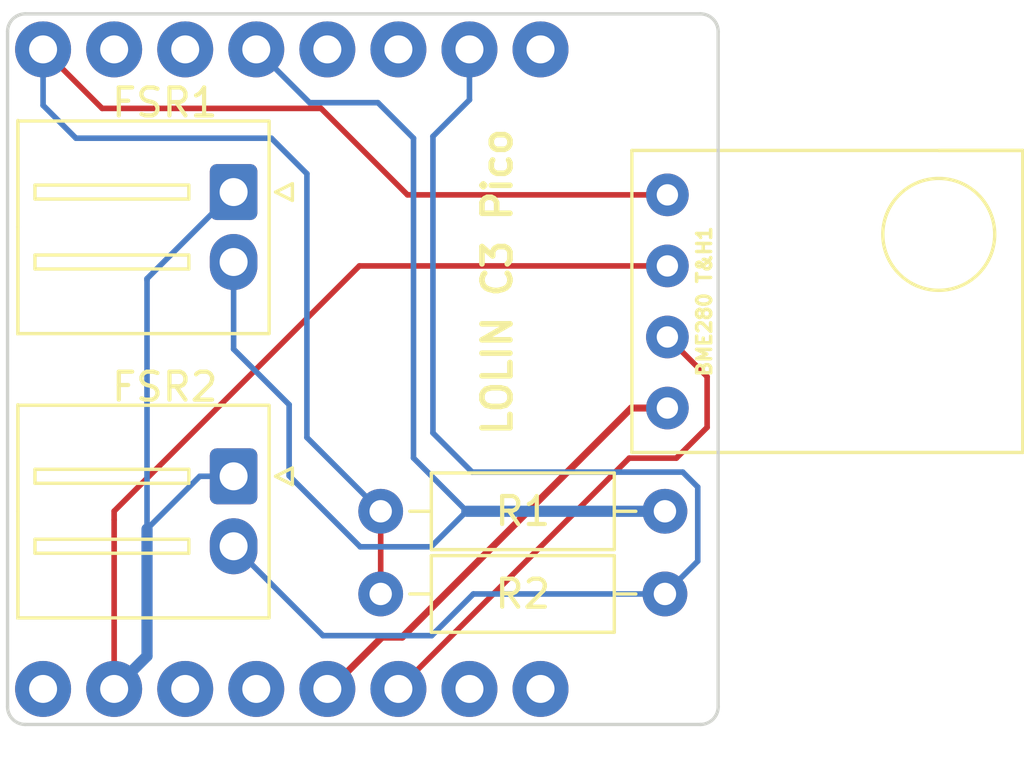
<source format=kicad_pcb>
(kicad_pcb (version 20221018) (generator pcbnew)
  (layers (0 "F.Cu" signal) (31 "B.Cu" signal) (34 "B.Paste" user) (35 "F.Paste" user) (36 "B.SilkS" user "B.Silkscreen") (37 "F.SilkS" user "F.Silkscreen") (38 "B.Mask" user) (39 "F.Mask" user) (44 "Edge.Cuts" user))
  (net 0 "")
  (net 1 "VIN")
  (net 2 "GND")
  (net 3 "3.3V")
  (net 4 "RST")
  (net 5 "A3")
  (net 6 "A2")
  (net 7 "A1")
  (net 8 "A0")
  (net 9 "A4")
  (net 10 "A5")
  (net 11 "SCL")
  (net 12 "SDA")
  (footprint "MountingHole:MountingHole_2.2mm_M2" (layer "F.Cu") (at 137.8 136.6)
    (fp_text reference "REF**" hide)
    (fp_text value "MountingHole_2.2mm_M2")
    (pad "" np_thru_hole circle (at 0 0) (size 2.2 2.2) (drill 2.2) (layers "*.Cu" "*.Mask"))
  )
  (footprint "Connector_JST:JST_XH_S2B-XH-A-1_1x02_P2.50mm_Horizontal" (layer "F.Cu") (at 114.375 152.4 -90)
    (fp_text reference "FSR2" (at -4.445 -5.64) (layer "F.SilkS"))
    (fp_text value "JST_XH_S2B-XH-A-1_1x02_P2.50mm_Horizontal" hide)
    (fp_line (start -1.55 -10.2) (end -0.95 -10.2) (stroke (width 0.12)) (layer "F.SilkS"))
    (fp_line (start -1.5 -6.5) (end -1.5 -1) (stroke (width 0.12)) (layer "F.SilkS"))
    (fp_line (start -1.5 -1) (end -1 -1) (stroke (width 0.12)) (layer "F.SilkS"))
    (fp_line (start -1.25 -9.6) (end -1.55 -10.2) (stroke (width 0.12)) (layer "F.SilkS"))
    (fp_line (start -1 -6.5) (end -1.5 -6.5) (stroke (width 0.12)) (layer "F.SilkS"))
    (fp_line (start -1 -1) (end -1 -6.5) (stroke (width 0.12)) (layer "F.SilkS"))
    (fp_line (start -0.95 -10.2) (end -1.25 -9.6) (stroke (width 0.12)) (layer "F.SilkS"))
    (fp_line (start 0 -0.39) (end -3.81 -0.39) (stroke (width 0.12)) (layer "F.SilkS"))
    (fp_line (start 0 -0.39) (end 3.81 -0.39) (stroke (width 0.12)) (layer "F.SilkS"))
    (fp_line (start 1 -6.5) (end 1 -1) (stroke (width 0.12)) (layer "F.SilkS"))
    (fp_line (start 1 -1) (end 1.5 -1) (stroke (width 0.12)) (layer "F.SilkS"))
    (fp_line (start 1.5 -6.5) (end 1 -6.5) (stroke (width 0.12)) (layer "F.SilkS"))
    (fp_line (start 1.5 -1) (end 1.5 -6.5) (stroke (width 0.12)) (layer "F.SilkS"))
    (fp_rect (start 3.81 -0.39) (end -3.79 -9.37) (stroke (width 0.12)) (fill none) (layer "F.SilkS"))
    (pad "1" thru_hole roundrect (at -1.25 -8.1) (size 1.7 2) (drill 1) (layers "*.Cu" "*.Mask") (roundrect_rratio 0.1470588235) (net 2 "GND"))
    (pad "2" thru_hole oval (at 1.25 -8.1) (size 1.7 2) (drill 1) (layers "*.Cu" "*.Mask") (net 5 "A3"))
  )
  (footprint "Resistor_THT:R_Axial_DIN0207_L6.3mm_D2.5mm_P10.16mm_Horizontal" (layer "F.Cu") (at 127.732129 155.355294)
    (fp_text reference "R2" (at 5.08 0) (layer "F.SilkS"))
    (fp_text value "128kOhm" hide)
    (fp_line (start 1.04 0) (end 1.81 0) (stroke (width 0.12)) (layer "F.SilkS"))
    (fp_line (start 1.81 -1.37) (end 1.81 1.37) (stroke (width 0.12)) (layer "F.SilkS"))
    (fp_line (start 1.81 1.37) (end 8.35 1.37) (stroke (width 0.12)) (layer "F.SilkS"))
    (fp_line (start 8.35 -1.37) (end 1.81 -1.37) (stroke (width 0.12)) (layer "F.SilkS"))
    (fp_line (start 8.35 1.37) (end 8.35 -1.37) (stroke (width 0.12)) (layer "F.SilkS"))
    (fp_line (start 9.12 0) (end 8.35 0) (stroke (width 0.12)) (layer "F.SilkS"))
    (pad "1" thru_hole circle (at 0 0) (size 1.6 1.6) (drill 0.8) (layers "*.Cu" "*.Mask") (net 3 "3.3V"))
    (pad "2" thru_hole oval (at 10.16 0) (size 1.6 1.6) (drill 0.8) (layers "*.Cu" "*.Mask") (net 5 "A3"))
  )
  (footprint "Custom Footprints:BME280 5V" (layer "F.Cu") (at 136.71 144.9 -90)
    (fp_text reference "BME280 T&H1" (at 0 -2.59 90 unlocked) (layer "F.SilkS") (effects (font (size 0.5 0.5) (thickness 0.125))))
    (fp_text value "BME280 5V")
    (fp_line (start -5.3975 -13.97) (end -5.3975 -10.97) (stroke (width 0.12)) (layer "F.SilkS"))
    (fp_line (start -5.3975 -13.97) (end 5.3975 -13.97) (stroke (width 0.12)) (layer "F.SilkS"))
    (fp_line (start -5.3975 0) (end -5.3975 -13.97) (stroke (width 0.12)) (layer "F.SilkS"))
    (fp_line (start 5.3975 -13.97) (end 5.3975 0) (stroke (width 0.12)) (layer "F.SilkS"))
    (fp_line (start 5.3975 0) (end -5.3975 0) (stroke (width 0.12)) (layer "F.SilkS"))
    (fp_circle (center -2.3975 -10.97) (end -0.3975 -10.97) (stroke (width 0.12)) (fill none) (layer "F.SilkS"))
    (pad "1" thru_hole circle (at -3.81 -1.27 180) (size 1.524 1.524) (drill 0.762) (layers "*.Cu" "*.Mask") (net 3 "3.3V"))
    (pad "2" thru_hole circle (at -1.27 -1.27 180) (size 1.524 1.524) (drill 0.762) (layers "*.Cu" "*.Mask") (net 2 "GND"))
    (pad "3" thru_hole circle (at 1.27 -1.27 180) (size 1.524 1.524) (drill 0.762) (layers "*.Cu" "*.Mask") (net 11 "SCL"))
    (pad "4" thru_hole circle (at 3.81 -1.27 180) (size 1.524 1.524) (drill 0.762) (layers "*.Cu" "*.Mask") (net 12 "SDA"))
  )
  (footprint "MountingHole:MountingHole_2.2mm_M2" (layer "F.Cu") (at 137.8 158)
    (fp_text reference "REF**" hide)
    (fp_text value "MountingHole_2.2mm_M2")
    (pad "" np_thru_hole circle (at 0 0) (size 2.2 2.2) (drill 2.2) (layers "*.Cu" "*.Mask"))
  )
  (footprint "Connector_JST:JST_XH_S2B-XH-A-1_1x02_P2.50mm_Horizontal" (layer "F.Cu") (at 114.375 142.24 -90)
    (fp_text reference "FSR1" (at -4.445 -5.64) (layer "F.SilkS"))
    (fp_text value "ST_XH_S2B-XH-A-1_1x02_P2.50mm_Horizontal" hide)
    (fp_line (start -1.55 -10.2) (end -0.95 -10.2) (stroke (width 0.12)) (layer "F.SilkS"))
    (fp_line (start -1.5 -6.5) (end -1.5 -1) (stroke (width 0.12)) (layer "F.SilkS"))
    (fp_line (start -1.5 -1) (end -1 -1) (stroke (width 0.12)) (layer "F.SilkS"))
    (fp_line (start -1.25 -9.6) (end -1.55 -10.2) (stroke (width 0.12)) (layer "F.SilkS"))
    (fp_line (start -1 -6.5) (end -1.5 -6.5) (stroke (width 0.12)) (layer "F.SilkS"))
    (fp_line (start -1 -1) (end -1 -6.5) (stroke (width 0.12)) (layer "F.SilkS"))
    (fp_line (start -0.95 -10.2) (end -1.25 -9.6) (stroke (width 0.12)) (layer "F.SilkS"))
    (fp_line (start 0 -0.39) (end -3.81 -0.39) (stroke (width 0.12)) (layer "F.SilkS"))
    (fp_line (start 0 -0.39) (end 3.81 -0.39) (stroke (width 0.12)) (layer "F.SilkS"))
    (fp_line (start 1 -6.5) (end 1 -1) (stroke (width 0.12)) (layer "F.SilkS"))
    (fp_line (start 1 -1) (end 1.5 -1) (stroke (width 0.12)) (layer "F.SilkS"))
    (fp_line (start 1.5 -6.5) (end 1 -6.5) (stroke (width 0.12)) (layer "F.SilkS"))
    (fp_line (start 1.5 -1) (end 1.5 -6.5) (stroke (width 0.12)) (layer "F.SilkS"))
    (fp_rect (start 3.81 -0.39) (end -3.79 -9.37) (stroke (width 0.12)) (fill none) (layer "F.SilkS"))
    (pad "1" thru_hole roundrect (at -1.25 -8.1) (size 1.7 2) (drill 1) (layers "*.Cu" "*.Mask") (roundrect_rratio 0.1470588235) (net 2 "GND"))
    (pad "2" thru_hole oval (at 1.25 -8.1) (size 1.7 2) (drill 1) (layers "*.Cu" "*.Mask") (net 8 "A0"))
  )
  (footprint "Module:WEMOS_Lolin_ESP32-C3_Pico" (layer "F.Cu") (at 114.395 147.32 -90)
    (fp_text reference "LOLIN C3 Pico" (at -3.12 -17.505 90) (layer "F.SilkS") (effects (font (thickness 0.2))))
    (fp_text value "ESP32-C3")
    (fp_line (start -12.7 -24.765) (end -12.7 -0.635) (stroke (width 0.12)) (layer "Edge.Cuts"))
    (fp_line (start -12.065 0) (end 12.065 0) (stroke (width 0.12)) (layer "Edge.Cuts"))
    (fp_line (start 12.065 -25.4) (end -12.065 -25.4) (stroke (width 0.12)) (layer "Edge.Cuts"))
    (fp_line (start 12.7 -0.635) (end 12.7 -24.765) (stroke (width 0.12)) (layer "Edge.Cuts"))
    (fp_arc (start -12.7 -24.765) (mid -12.514013 -25.214013) (end -12.065 -25.4) (stroke (width 0.12)) (layer "Edge.Cuts"))
    (fp_arc (start -12.065 0) (mid -12.514013 -0.185987) (end -12.7 -0.635) (stroke (width 0.12)) (layer "Edge.Cuts"))
    (fp_arc (start 12.065 -25.4) (mid 12.514013 -25.214013) (end 12.7 -24.765) (stroke (width 0.12)) (layer "Edge.Cuts"))
    (fp_arc (start 12.7 -0.635) (mid 12.514013 -0.185987) (end 12.065 0) (stroke (width 0.12)) (layer "Edge.Cuts"))
    (pad "1" thru_hole circle (at -11.43 -19.05 270) (size 2 2) (drill 1) (layers "*.Cu" "*.Mask") (net 4 "RST"))
    (pad "2" thru_hole circle (at -11.43 -16.51 270) (size 2 2) (drill 1) (layers "*.Cu" "*.Mask") (net 5 "A3"))
    (pad "3" thru_hole circle (at -11.43 -13.97 270) (size 2 2) (drill 1) (layers "*.Cu" "*.Mask") (net 6 "A2"))
    (pad "4" thru_hole circle (at -11.43 -11.43 270) (size 2 2) (drill 1) (layers "*.Cu" "*.Mask") (net 7 "A1"))
    (pad "5" thru_hole circle (at -11.43 -8.89 270) (size 2 2) (drill 1) (layers "*.Cu" "*.Mask") (net 8 "A0"))
    (pad "6" thru_hole circle (at -11.43 -6.35 270) (size 2 2) (drill 1) (layers "*.Cu" "*.Mask") (net 9 "A4"))
    (pad "7" thru_hole circle (at -11.43 -3.81 270) (size 2 2) (drill 1) (layers "*.Cu" "*.Mask") (net 10 "A5"))
    (pad "8" thru_hole circle (at -11.43 -1.27 270) (size 2 2) (drill 1) (layers "*.Cu" "*.Mask") (net 3 "3.3V"))
    (pad "9" thru_hole circle (at 11.43 -1.27 270) (size 2 2) (drill 1) (layers "*.Cu" "*.Mask") (net 1 "VIN"))
    (pad "10" thru_hole circle (at 11.43 -3.81 270) (size 2 2) (drill 1) (layers "*.Cu" "*.Mask") (net 2 "GND"))
    (pad "11" thru_hole circle (at 11.43 -6.35 270) (size 2 2) (drill 1) (layers "*.Cu" "*.Mask"))
    (pad "12" thru_hole circle (at 11.43 -8.89 270) (size 2 2) (drill 1) (layers "*.Cu" "*.Mask"))
    (pad "13" thru_hole circle (at 11.43 -11.43 270) (size 2 2) (drill 1) (layers "*.Cu" "*.Mask") (net 12 "SDA"))
    (pad "14" thru_hole circle (at 11.43 -13.97 270) (size 2 2) (drill 1) (layers "*.Cu" "*.Mask") (net 11 "SCL"))
    (pad "15" thru_hole circle (at 11.43 -16.51 270) (size 2 2) (drill 1) (layers "*.Cu" "*.Mask"))
    (pad "16" thru_hole circle (at 11.43 -19.05 270) (size 2 2) (drill 1) (layers "*.Cu" "*.Mask"))
  )
  (footprint "Resistor_THT:R_Axial_DIN0207_L6.3mm_D2.5mm_P10.16mm_Horizontal" (layer "F.Cu") (at 127.732129 152.4)
    (fp_text reference "R1" (at 5.08 0) (layer "F.SilkS"))
    (fp_text value "128kOhm" hide)
    (fp_line (start 1.04 0) (end 1.81 0) (stroke (width 0.12)) (layer "F.SilkS"))
    (fp_line (start 1.81 -1.37) (end 1.81 1.37) (stroke (width 0.12)) (layer "F.SilkS"))
    (fp_line (start 1.81 1.37) (end 8.35 1.37) (stroke (width 0.12)) (layer "F.SilkS"))
    (fp_line (start 8.35 -1.37) (end 1.81 -1.37) (stroke (width 0.12)) (layer "F.SilkS"))
    (fp_line (start 8.35 1.37) (end 8.35 -1.37) (stroke (width 0.12)) (layer "F.SilkS"))
    (fp_line (start 9.12 0) (end 8.35 0) (stroke (width 0.12)) (layer "F.SilkS"))
    (pad "1" thru_hole circle (at 0 0) (size 1.6 1.6) (drill 0.8) (layers "*.Cu" "*.Mask") (net 3 "3.3V"))
    (pad "2" thru_hole oval (at 10.16 0) (size 1.6 1.6) (drill 0.8) (layers "*.Cu" "*.Mask") (net 8 "A0"))
  )
  (segment (start 118.205 152.395) (end 126.97 143.63) (width 0.2) (layer "F.Cu") (net 2))
  (segment (start 126.97 143.63) (end 137.98 143.63) (width 0.2) (layer "F.Cu") (net 2))
  (segment (start 118.205 158.75) (end 118.205 156.143654) (width 0.2) (layer "F.Cu") (net 2))
  (segment (start 118.205 156.143654) (end 118.205 152.705) (width 0.2) (layer "F.Cu") (net 2))
  (segment (start 118.205 152.705) (end 118.205 152.395) (width 0.2) (layer "F.Cu") (net 2))
  (segment (start 119.38 157.575) (end 118.205 158.75) (width 0.4) (layer "B.Cu") (net 2))
  (segment (start 119.38 153.035) (end 119.38 157.575) (width 0.4) (layer "B.Cu") (net 2))
  (segment (start 119.38 144.085) (end 119.38 144.145) (width 0.2) (layer "B.Cu") (net 2))
  (segment (start 119.38 144.145) (end 119.38 154.305) (width 0.2) (layer "B.Cu") (net 2))
  (segment (start 122.475 140.99) (end 119.38 144.085) (width 0.2) (layer "B.Cu") (net 2))
  (segment (start 121.265 151.15) (end 119.38 153.035) (width 0.2) (layer "B.Cu") (net 2))
  (segment (start 122.475 151.15) (end 121.265 151.15) (width 0.2) (layer "B.Cu") (net 2))
  (segment (start 127.732129 155.355294) (end 127.732129 152.4) (width 0.2) (layer "F.Cu") (net 3))
  (segment (start 115.665 135.89) (end 117.775 138) (width 0.2) (layer "F.Cu") (net 3))
  (segment (start 125.6 138) (end 128.69 141.09) (width 0.2) (layer "F.Cu") (net 3))
  (segment (start 128.69 141.09) (end 137.98 141.09) (width 0.2) (layer "F.Cu") (net 3))
  (segment (start 117.775 138) (end 125.6 138) (width 0.2) (layer "F.Cu") (net 3))
  (segment (start 125.095 149.762871) (end 127.732129 152.4) (width 0.2) (layer "B.Cu") (net 3))
  (segment (start 115.665 137.89) (end 116.84 139.065) (width 0.2) (layer "B.Cu") (net 3))
  (segment (start 123.825 139.065) (end 125.095 140.335) (width 0.2) (layer "B.Cu") (net 3))
  (segment (start 125.095 140.335) (end 125.095 149.762871) (width 0.2) (layer "B.Cu") (net 3))
  (segment (start 115.665 135.89) (end 115.665 137.89) (width 0.2) (layer "B.Cu") (net 3))
  (segment (start 116.84 139.065) (end 123.825 139.065) (width 0.2) (layer "B.Cu") (net 3))
  (segment (start 125.67 156.845) (end 122.475 153.65) (width 0.2) (layer "B.Cu") (net 5))
  (segment (start 139.065 154.182423) (end 139.065 151.535) (width 0.2) (layer "B.Cu") (net 5))
  (segment (start 137.892129 155.355294) (end 139.065 154.182423) (width 0.2) (layer "B.Cu") (net 5))
  (segment (start 129.555 156.845) (end 125.67 156.845) (width 0.2) (layer "B.Cu") (net 5))
  (segment (start 129.6 149.6) (end 131 151) (width 0.2) (layer "B.Cu") (net 5))
  (segment (start 131.044706 155.355294) (end 129.555 156.845) (width 0.2) (layer "B.Cu") (net 5))
  (segment (start 131 151) (end 138.53 151) (width 0.2) (layer "B.Cu") (net 5))
  (segment (start 129.6 139) (end 129.6 149.6) (width 0.2) (layer "B.Cu") (net 5))
  (segment (start 137.892129 155.355294) (end 131.044706 155.355294) (width 0.2) (layer "B.Cu") (net 5))
  (segment (start 138.53 151) (end 139.065 151.535) (width 0.2) (layer "B.Cu") (net 5))
  (segment (start 130.905 137.695) (end 130.905 135.89) (width 0.2) (layer "B.Cu") (net 5))
  (segment (start 129.6 139) (end 130.905 137.695) (width 0.2) (layer "B.Cu") (net 5))
  (segment (start 128.905 139.065) (end 127.635 137.795) (width 0.2) (layer "B.Cu") (net 8))
  (segment (start 127.635 137.795) (end 125.19 137.795) (width 0.2) (layer "B.Cu") (net 8))
  (segment (start 127 153.67) (end 124.46 151.13) (width 0.2) (layer "B.Cu") (net 8))
  (segment (start 124.46 151.13) (end 124.46 148.59) (width 0.2) (layer "B.Cu") (net 8))
  (segment (start 125.19 137.795) (end 123.285 135.89) (width 0.2) (layer "B.Cu") (net 8))
  (segment (start 130.8 152.4) (end 129.53 153.67) (width 0.2) (layer "B.Cu") (net 8))
  (segment (start 122.475 146.605) (end 122.475 143.49) (width 0.2) (layer "B.Cu") (net 8))
  (segment (start 128.905 150.495) (end 128.905 139.065) (width 0.2) (layer "B.Cu") (net 8))
  (segment (start 124.46 148.59) (end 122.475 146.605) (width 0.2) (layer "B.Cu") (net 8))
  (segment (start 137.892129 152.4) (end 130.81 152.4) (width 0.4) (layer "B.Cu") (net 8))
  (segment (start 130.81 152.4) (end 130.8 152.4) (width 0.2) (layer "B.Cu") (net 8))
  (segment (start 130.81 152.4) (end 128.905 150.495) (width 0.2) (layer "B.Cu") (net 8))
  (segment (start 129.53 153.67) (end 127 153.67) (width 0.2) (layer "B.Cu") (net 8))
  (segment (start 139.4 147.59) (end 139.4 149.4) (width 0.2) (layer "F.Cu") (net 11))
  (segment (start 139.4 149.4) (end 138.3 150.5) (width 0.2) (layer "F.Cu") (net 11))
  (segment (start 137.98 146.17) (end 139.4 147.59) (width 0.2) (layer "F.Cu") (net 11))
  (segment (start 138.3 150.5) (end 136.615 150.5) (width 0.2) (layer "F.Cu") (net 11))
  (segment (start 136.615 150.5) (end 128.365 158.75) (width 0.2) (layer "F.Cu") (net 11))
  (segment (start 127.778414 156.9) (end 128.5 156.9) (width 0.25) (layer "F.Cu") (net 12))
  (segment (start 125.825 158.75) (end 125.928414 158.75) (width 0.25) (layer "F.Cu") (net 12))
  (segment (start 136.69 148.71) (end 137.98 148.71) (width 0.25) (layer "F.Cu") (net 12))
  (segment (start 125.928414 158.75) (end 127.778414 156.9) (width 0.25) (layer "F.Cu") (net 12))
  (segment (start 128.5 156.9) (end 136.69 148.71) (width 0.25) (layer "F.Cu") (net 12))
)
</source>
